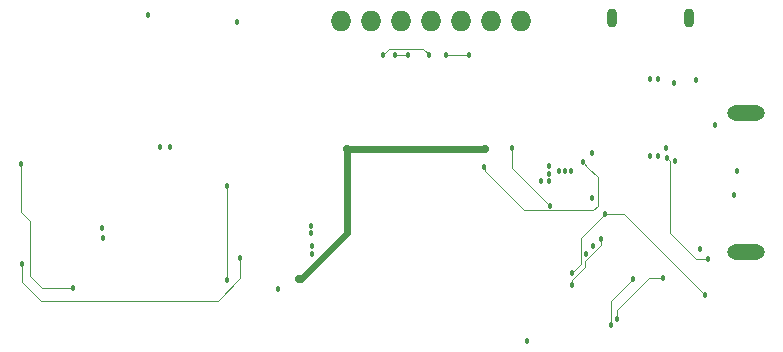
<source format=gbr>
%TF.GenerationSoftware,KiCad,Pcbnew,8.0.1*%
%TF.CreationDate,2024-09-08T05:47:06-06:00*%
%TF.ProjectId,USBHIDKey,55534248-4944-44b6-9579-2e6b69636164,rev?*%
%TF.SameCoordinates,Original*%
%TF.FileFunction,Copper,L3,Inr*%
%TF.FilePolarity,Positive*%
%FSLAX46Y46*%
G04 Gerber Fmt 4.6, Leading zero omitted, Abs format (unit mm)*
G04 Created by KiCad (PCBNEW 8.0.1) date 2024-09-08 05:47:06*
%MOMM*%
%LPD*%
G01*
G04 APERTURE LIST*
%TA.AperFunction,ComponentPad*%
%ADD10O,0.900000X1.600000*%
%TD*%
%TA.AperFunction,ComponentPad*%
%ADD11O,1.727200X1.727200*%
%TD*%
%TA.AperFunction,ComponentPad*%
%ADD12O,3.200000X1.300000*%
%TD*%
%TA.AperFunction,ViaPad*%
%ADD13C,0.457200*%
%TD*%
%TA.AperFunction,ViaPad*%
%ADD14C,0.711200*%
%TD*%
%TA.AperFunction,Conductor*%
%ADD15C,0.609600*%
%TD*%
%TA.AperFunction,Conductor*%
%ADD16C,0.101600*%
%TD*%
G04 APERTURE END LIST*
D10*
%TO.N,GND*%
%TO.C,J2*%
X246862600Y-52705000D03*
X240262600Y-52705000D03*
%TD*%
D11*
%TO.N,/ESP32/OLED_CS*%
%TO.C,U6*%
X232632000Y-52979400D03*
%TO.N,/ESP32/OLED_DC*%
X230092000Y-52979400D03*
%TO.N,/ESP32/OLED_RST*%
X227552000Y-52979400D03*
%TO.N,/ESP32/OLED_SDA*%
X225012000Y-52979400D03*
%TO.N,/ESP32/OLED_SCK*%
X222472000Y-52979400D03*
%TO.N,+3V3*%
X219932000Y-52979400D03*
%TO.N,GND*%
X217392000Y-52979400D03*
%TD*%
D12*
%TO.N,GND*%
%TO.C,J1*%
X251624000Y-60774200D03*
X251624000Y-72474200D03*
%TD*%
D13*
%TO.N,GND*%
X236321600Y-65614600D03*
X245668800Y-64770000D03*
X235000800Y-65862200D03*
X208584800Y-53035200D03*
X236829600Y-65614600D03*
X235813600Y-65614600D03*
X201015600Y-52425600D03*
X235000800Y-65252600D03*
X234315000Y-66522600D03*
X247751600Y-72212200D03*
X233146600Y-80035400D03*
X234975400Y-66522600D03*
%TO.N,+3V3*%
X235051600Y-68580000D03*
X245567200Y-58191400D03*
D14*
X217855800Y-63754000D03*
X229514400Y-63754000D03*
D13*
X248412000Y-73075800D03*
X244944900Y-64528700D03*
D14*
X213842600Y-74803000D03*
D13*
X231851200Y-63703200D03*
%TO.N,+5V*%
X238633000Y-67945000D03*
X238633000Y-64109600D03*
%TO.N,VBUS*%
X248996200Y-61747400D03*
%TO.N,VBUS_UART*%
X247446800Y-57937400D03*
X244856529Y-63728600D03*
%TO.N,USB_D+*%
X202057000Y-63627000D03*
X250596400Y-67640200D03*
X214858600Y-70916800D03*
%TO.N,USB_D-*%
X214833200Y-70332600D03*
X250850400Y-65608200D03*
X202920600Y-63652400D03*
%TO.N,/USB + UART/USB_UART_D+*%
X243560600Y-57886600D03*
X243560600Y-64338200D03*
%TO.N,/USB + UART/USB_UART_D-*%
X244221000Y-57886600D03*
X244195600Y-64363600D03*
%TO.N,EN*%
X194691000Y-75514200D03*
X240182400Y-78689200D03*
X242112800Y-74752200D03*
X190296800Y-65074800D03*
%TO.N,GPIO0*%
X208838800Y-73025000D03*
X240715800Y-78155800D03*
X244627400Y-74726800D03*
X190347600Y-73558400D03*
%TO.N,Net-(Q2-E)*%
X248208800Y-76174600D03*
X236956600Y-74320400D03*
X239725200Y-69316600D03*
%TO.N,Net-(U2-~{RTS})*%
X236956600Y-75336400D03*
X239395000Y-71399400D03*
%TO.N,/ESP32/OLED_SDA*%
X223012000Y-55803800D03*
X221894400Y-55803800D03*
%TO.N,/ESP32/OLED_RST*%
X220903800Y-55803800D03*
X224790000Y-55803800D03*
%TO.N,/ESP32/OLED_CS*%
X228193600Y-55803800D03*
X226288600Y-55803800D03*
%TO.N,/Power/PG*%
X237845600Y-64897000D03*
X229489000Y-65303400D03*
%TO.N,/ESP32/BTN_OK*%
X212039200Y-75615800D03*
X207695800Y-66929000D03*
X207695800Y-74853800D03*
%TO.N,TXD*%
X197154800Y-70459600D03*
X214884000Y-71958200D03*
X238734600Y-71958200D03*
%TO.N,RXD*%
X197180200Y-71348600D03*
X238099600Y-72644000D03*
X214884000Y-72644000D03*
%TD*%
D15*
%TO.N,+3V3*%
X217855800Y-63754000D02*
X217855800Y-70891400D01*
D16*
X244944900Y-64528700D02*
X245237000Y-64820800D01*
X247396000Y-73075800D02*
X248412000Y-73075800D01*
X245237000Y-70916800D02*
X247396000Y-73075800D01*
D15*
X217855800Y-70891400D02*
X213944200Y-74803000D01*
X229514400Y-63754000D02*
X217855800Y-63754000D01*
D16*
X235051600Y-68580000D02*
X231851200Y-65379600D01*
X245237000Y-64820800D02*
X245237000Y-70916800D01*
X231851200Y-65379600D02*
X231851200Y-63703200D01*
D15*
X213944200Y-74803000D02*
X213842600Y-74803000D01*
D16*
%TO.N,EN*%
X240182400Y-78689200D02*
X240182400Y-76682600D01*
X190296800Y-69088000D02*
X191058800Y-69850000D01*
X191058800Y-74498200D02*
X192074800Y-75514200D01*
X190296800Y-65074800D02*
X190296800Y-69088000D01*
X240182400Y-76682600D02*
X242112800Y-74752200D01*
X191058800Y-69850000D02*
X191058800Y-74498200D01*
X192074800Y-75514200D02*
X194691000Y-75514200D01*
%TO.N,GPIO0*%
X208838800Y-74726800D02*
X208838800Y-73025000D01*
X243433600Y-74726800D02*
X244627400Y-74726800D01*
X191922400Y-76631800D02*
X206933800Y-76631800D01*
X240715800Y-77444600D02*
X243433600Y-74726800D01*
X240715800Y-78155800D02*
X240715800Y-77444600D01*
X190347600Y-75057000D02*
X191922400Y-76631800D01*
X190347600Y-73558400D02*
X190347600Y-75057000D01*
X206933800Y-76631800D02*
X208838800Y-74726800D01*
%TO.N,Net-(Q2-E)*%
X241350800Y-69316600D02*
X239725200Y-69316600D01*
X236956600Y-74320400D02*
X237718600Y-73558400D01*
X237718600Y-73558400D02*
X237718600Y-71323200D01*
X248208800Y-76174600D02*
X241350800Y-69316600D01*
X237718600Y-71323200D02*
X239725200Y-69316600D01*
%TO.N,Net-(U2-~{RTS})*%
X236956600Y-74853800D02*
X237109000Y-74701400D01*
X237109000Y-74701400D02*
X237114416Y-74701400D01*
X237114416Y-74701400D02*
X238048800Y-73767016D01*
X238048800Y-73253600D02*
X239395000Y-71907400D01*
X236956600Y-75336400D02*
X236956600Y-74853800D01*
X239395000Y-71907400D02*
X239395000Y-71399400D01*
X238048800Y-73767016D02*
X238048800Y-73253600D01*
%TO.N,/ESP32/OLED_SDA*%
X221894400Y-55803800D02*
X223012000Y-55803800D01*
X223012000Y-55803800D02*
X222986600Y-55803800D01*
%TO.N,/ESP32/OLED_RST*%
X224840800Y-55829200D02*
X224815400Y-55803800D01*
X221386400Y-55321200D02*
X224332800Y-55321200D01*
X220903800Y-55803800D02*
X221386400Y-55321200D01*
X224790000Y-55829200D02*
X224840800Y-55829200D01*
X224790000Y-55778400D02*
X224790000Y-55829200D01*
X224332800Y-55321200D02*
X224790000Y-55778400D01*
%TO.N,/ESP32/OLED_CS*%
X226288600Y-55803800D02*
X228193600Y-55803800D01*
%TO.N,/Power/PG*%
X238734600Y-68961000D02*
X232841800Y-68961000D01*
X239115600Y-66167000D02*
X239115600Y-68580000D01*
X238302800Y-65354200D02*
X239115600Y-66167000D01*
X229514400Y-65633600D02*
X229489000Y-65303400D01*
X232841800Y-68961000D02*
X229514400Y-65633600D01*
X239115600Y-68580000D02*
X238734600Y-68961000D01*
X237845600Y-64897000D02*
X238302800Y-65354200D01*
%TO.N,/ESP32/BTN_OK*%
X207695800Y-66929000D02*
X207695800Y-67030600D01*
X207695800Y-74853800D02*
X207695800Y-66929000D01*
%TD*%
M02*

</source>
